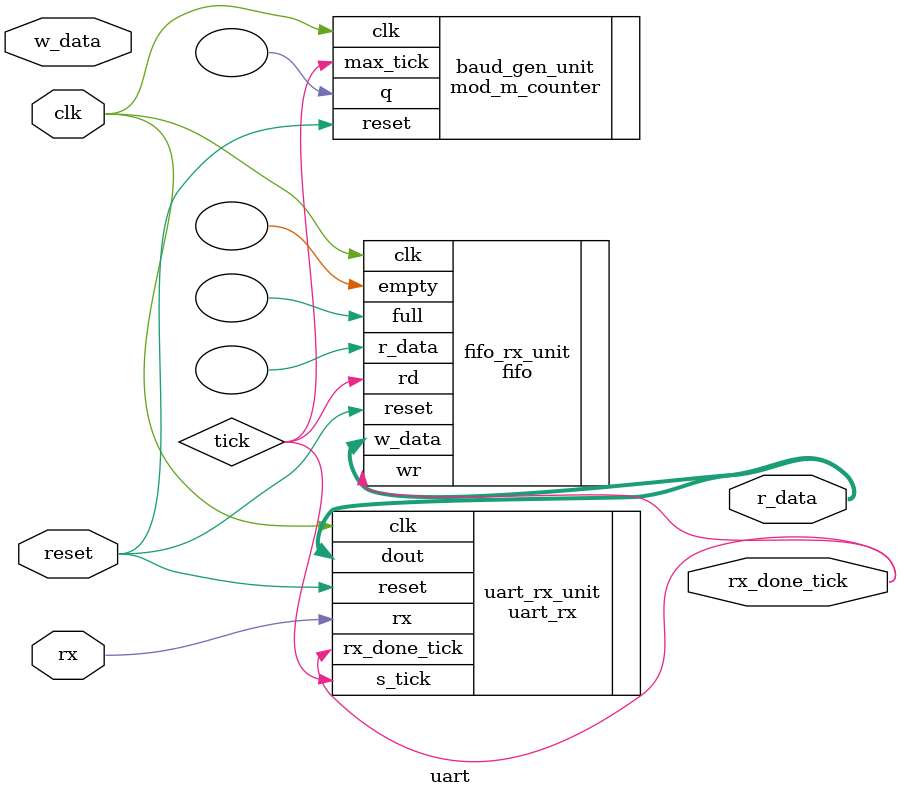
<source format=v>
module uart
   #( // Default setting:
      // 19,200 baud, 8 data bits, 1 stop bit, 2^2 FIFO
      parameter DBIT = 8,     // # data bits
                SB_TICK = 16, // # ticks for stop bits, 16/24/32
                              // for 1/1.5/2 stop bits
                DVSR = 163,   // baud rate divisor
                              // DVSR = 50M/(16*baud rate)
                DVSR_BIT = 8, // # bits of DVSR
                FIFO_W = 0    // # addr bits of FIFO
                              // # words in FIFO=2^FIFO_W
   )
   
   (
    input wire clk, reset,
    input wire  rx,
    input wire [7:0] w_data,
    output wire [7:0] r_data,
    output wire rx_done_tick
   );

   // signal declaration
   wire tick;

   //body
   mod_m_counter #(.M(DVSR), .N(DVSR_BIT)) baud_gen_unit
      (.clk(clk), .reset(reset), .q(), .max_tick(tick));

   uart_rx #(.DBIT(DBIT), .SB_TICK(SB_TICK)) uart_rx_unit
      (.clk(clk), .reset(reset), .rx(rx), .s_tick(tick),
       .rx_done_tick(rx_done_tick), .dout(r_data));

   fifo #(.B(DBIT), .W(FIFO_W)) fifo_rx_unit
      (.clk(clk), .reset(reset), .rd(tick),
       .wr(rx_done_tick), .w_data(r_data),
       .empty(), .full(), .r_data());

endmodule
</source>
